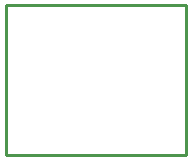
<source format=gbr>
G04 EAGLE Gerber RS-274X export*
G75*
%MOMM*%
%FSLAX34Y34*%
%LPD*%
%IN*%
%IPPOS*%
%AMOC8*
5,1,8,0,0,1.08239X$1,22.5*%
G01*
%ADD10C,0.254000*%


D10*
X0Y0D02*
X152400Y0D01*
X152400Y127000D01*
X0Y127000D01*
X0Y0D01*
M02*

</source>
